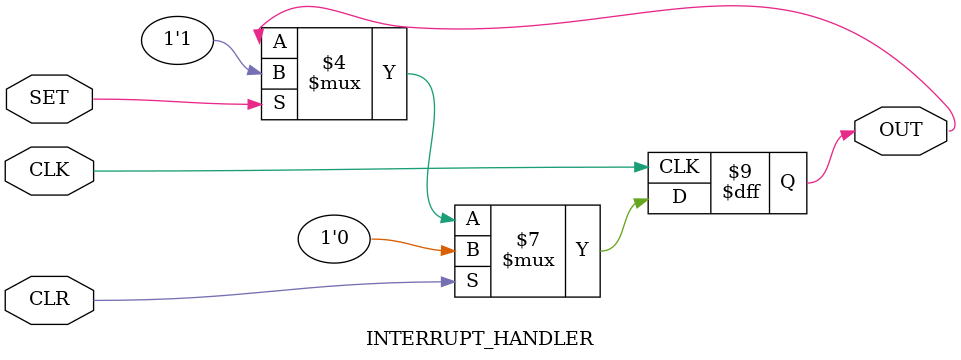
<source format=sv>
`timescale 1ns / 1ps

module INTERRUPT_HANDLER(
    input logic SET,
    input logic CLR,
    input logic CLK,
    output logic OUT
    );

always_ff @ (posedge CLK) begin

if (CLR == 1'b1) begin
    OUT <= 1'b0;
    end
else if (SET == 1'b1) begin
    OUT <= 1'b1;
    end     
end
endmodule

</source>
